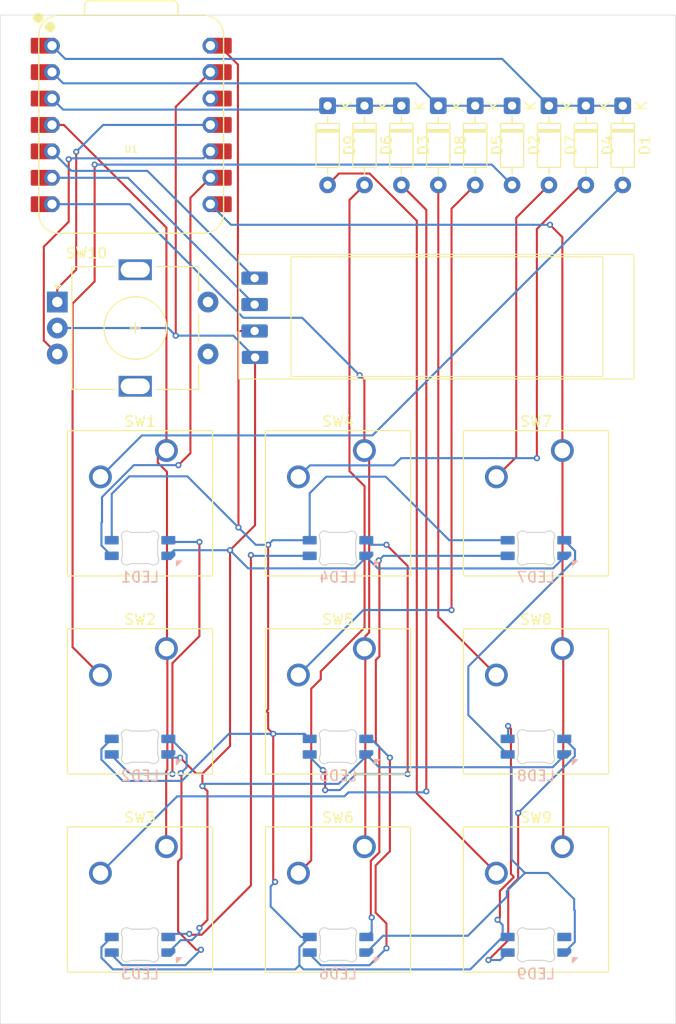
<source format=kicad_pcb>
(kicad_pcb (version 20241229) (generator "pcbnew") (generator_version "9.0")
  (layers (0 "F.Cu" signal) (2 "B.Cu" signal) (13 "F.Paste" user) (15 "B.Paste" user) (5 "F.SilkS" user "F.Silkscreen") (7 "B.SilkS" user "B.Silkscreen") (1 "F.Mask" user) (3 "B.Mask" user) (25 "Edge.Cuts" user))
  (net 0 "")
  (net 1 "Net-(D1-A)")
  (net 2 "R0")
  (net 3 "Net-(D2-A)")
  (net 4 "Net-(D3-A)")
  (net 5 "Net-(D5-A)")
  (net 6 "R1")
  (net 7 "Net-(D6-A)")
  (net 8 "Net-(D7-A)")
  (net 9 "R2")
  (net 10 "Net-(D9-A)")
  (net 11 "+5V")
  (net 12 "LED")
  (net 13 "Net-(LED1-DIN)")
  (net 14 "GND")
  (net 15 "SDA")
  (net 16 "SCL")
  (net 17 "C0")
  (net 18 "C1")
  (net 19 "C2")
  (net 21 "Net-(U1-GPIO3{slash}MOSI)")
  (net 22 "Net-(U1-GPIO4{slash}MISO)")
  (net 24 "unconnected-(U1-3V3-Pad12)")
  (net 25 "Net-(D4-A)")
  (net 26 "Net-(D8-A)")
  (net 27 "Net-(LED2-DIN)")
  (net 28 "Net-(LED3-DIN)")
  (net 29 "Net-(LED4-DIN)")
  (net 30 "Net-(LED5-DIN)")
  (net 31 "Net-(LED6-DIN)")
  (net 32 "Net-(LED7-DIN)")
  (net 33 "Net-(LED8-DIN)")
  (footprint "Button_Switch_Keyboard:SW_Cherry_MX_1.00u_PCB" (layer "F.Cu") (at 171.26 120.65)
    (property "Reference" "SW9")
    (property "Value" "SW_Push")
  )
  (footprint "Button_Switch_Keyboard:SW_Cherry_MX_1.00u_PCB" (layer "F.Cu") (at 133.16 120.65)
    (property "Reference" "SW3")
    (property "Value" "SW_Push")
  )
  (footprint "OPL_Kicad:XIAO-RP2040-DIP" (layer "F.Cu") (at 129.77 51.2485)
    (property "Reference" "U1")
    (property "Value" "XIAO-RP2040-DIP")
  )
  (footprint "Diode_THT:D_DO-35_SOD27_P7.62mm_Horizontal" (layer "F.Cu") (at 173.52 49.4 -90)
    (property "Reference" "D4")
    (property "Value" "1N4148")
  )
  (footprint "Rotary_Encoder:RotaryEncoder_Alps_EC11E-Switch_Vertical_H20mm" (layer "F.Cu") (at 122.66 68.275)
    (property "Reference" "SW10")
    (property "Value" "RotaryEncoder_Switch")
  )
  (footprint "Button_Switch_Keyboard:SW_Cherry_MX_1.00u_PCB" (layer "F.Cu") (at 152.21 82.55)
    (property "Reference" "SW4")
    (property "Value" "SW_Push")
  )
  (footprint "Diode_THT:D_DO-35_SOD27_P7.62mm_Horizontal" (layer "F.Cu") (at 162.87 49.4 -90)
    (property "Reference" "D5")
    (property "Value" "1N4148")
  )
  (footprint "Diode_THT:D_DO-35_SOD27_P7.62mm_Horizontal" (layer "F.Cu") (at 177.07 49.4 -90)
    (property "Reference" "D1")
    (property "Value" "1N4148")
  )
  (footprint "Button_Switch_Keyboard:SW_Cherry_MX_1.00u_PCB" (layer "F.Cu") (at 152.21 101.6)
    (property "Reference" "SW5")
    (property "Value" "SW_Push")
  )
  (footprint "Diode_THT:D_DO-35_SOD27_P7.62mm_Horizontal" (layer "F.Cu") (at 155.77 49.4 -90)
    (property "Reference" "D3")
    (property "Value" "1N4148")
  )
  (footprint "Button_Switch_Keyboard:SW_Cherry_MX_1.00u_PCB" (layer "F.Cu") (at 171.26 101.6)
    (property "Reference" "SW8")
    (property "Value" "SW_Push")
  )
  (footprint "Button_Switch_Keyboard:SW_Cherry_MX_1.00u_PCB" (layer "F.Cu") (at 133.16 82.55)
    (property "Reference" "SW1")
    (property "Value" "SW_Push")
  )
  (footprint "Diode_THT:D_DO-35_SOD27_P7.62mm_Horizontal" (layer "F.Cu") (at 169.97 49.4 -90)
    (property "Reference" "D7")
    (property "Value" "1N4148")
  )
  (footprint "Diode_THT:D_DO-35_SOD27_P7.62mm_Horizontal" (layer "F.Cu") (at 152.22 49.4 -90)
    (property "Reference" "D6")
    (property "Value" "1N4148")
  )
  (footprint "Diode_THT:D_DO-35_SOD27_P7.62mm_Horizontal" (layer "F.Cu") (at 159.32 49.4 -90)
    (property "Reference" "D8")
    (property "Value" "1N4148")
  )
  (footprint "Button_Switch_Keyboard:SW_Cherry_MX_1.00u_PCB" (layer "F.Cu") (at 152.21 120.65)
    (property "Reference" "SW6")
    (property "Value" "SW_Push")
  )
  (footprint "Button_Switch_Keyboard:SW_Cherry_MX_1.00u_PCB" (layer "F.Cu") (at 133.16 101.6)
    (property "Reference" "SW2")
    (property "Value" "SW_Push")
  )
  (footprint "Diode_THT:D_DO-35_SOD27_P7.62mm_Horizontal" (layer "F.Cu") (at 166.42 49.4 -90)
    (property "Reference" "D2")
    (property "Value" "1N4148")
  )
  (footprint "Display:Adafruit_SSD1306" (layer "F.Cu") (at 140.145 63.68)
    (property "Reference" "OL1" (hide yes))
    (property "Value" "OLED" (hide yes))
  )
  (footprint "Button_Switch_Keyboard:SW_Cherry_MX_1.00u_PCB" (layer "F.Cu") (at 171.26 82.55)
    (property "Reference" "SW7")
    (property "Value" "SW_Push")
  )
  (footprint "Diode_THT:D_DO-35_SOD27_P7.62mm_Horizontal" (layer "F.Cu") (at 148.67 49.4 -90)
    (property "Reference" "D9")
    (property "Value" "1N4148")
  )
  (footprint "PCM_marbastlib-various:LED_6028R" (layer "B.Cu") (at 130.62 130.08 180)
    (property "Reference" "LED3")
    (property "Value" "SK6812MINI-E")
    (fp_line (start 1.699999 -0.702841) (end 1.699999 0.702843) (stroke (width 0.1)) (layer "Edge.Cuts"))
    (fp_line (start 0.794452 1.5) (end -0.794453 1.5) (stroke (width 0.1)) (layer "Edge.Cuts"))
    (fp_line (start -0.794452 -1.499999) (end 0.794452 -1.499999) (stroke (width 0.1)) (layer "Edge.Cuts"))
    (fp_line (start -1.699999 0.702843) (end -1.699999 -0.702841) (stroke (width 0.1)) (layer "Edge.Cuts"))
    (fp_arc (start 1.749484 0.919721) (mid 1.712526 0.814069) (end 1.699999 0.702843) (stroke (width 0.1)) (layer "Edge.Cuts"))
    (fp_arc (start 1.749484 0.919721) (mid 1.638072 1.504036) (end 1.046711 1.5683) (stroke (width 0.1)) (layer "Edge.Cuts"))
    (fp_arc (start 1.699999 -0.702842) (mid 1.712536 -0.814064) (end 1.749484 -0.919719) (stroke (width 0.1)) (layer "Edge.Cuts"))
    (fp_arc (start 1.046711 -1.568296) (mid 1.63807 -1.504033) (end 1.749484 -0.919719) (stroke (width 0.1)) (layer "Edge.Cuts"))
    (fp_arc (start 1.04671 -1.568298) (mid 0.925122 -1.517376) (end 0.794452 -1.499999) (stroke (width 0.1)) (layer "Edge.Cuts"))
    (fp_arc (start 0.794453 1.500001) (mid 0.925123 1.517378) (end 1.046711 1.5683) (stroke (width 0.1)) (layer "Edge.Cuts"))
    (fp_arc (start -0.794452 -1.499999) (mid -0.925123 -1.517376) (end -1.046711 -1.568298) (stroke (width 0.1)) (layer "Edge.Cuts"))
    (fp_arc (start -1.046711 1.568299) (mid -0.925123 1.517377) (end -0.794453 1.5) (stroke (width 0.1)) (layer "Edge.Cuts"))
    (fp_arc (start -1.046711 1.568299) (mid -1.638071 1.504036) (end -1.749484 0.919721) (stroke (width 0.1)) (layer "Edge.Cuts"))
    (fp_arc (start -1.699999 0.702844) (mid -1.712527 0.814069) (end -1.749484 0.919721) (stroke (width 0.1)) (layer "Edge.Cuts"))
    (fp_arc (start -1.749484 -0.919718) (mid -1.638072 -1.504034) (end -1.046711 -1.568298) (stroke (width 0.1)) (layer "Edge.Cuts"))
    (fp_arc (start -1.749484 -0.919719) (mid -1.712527 -0.814067) (end -1.699999 -0.702841) (stroke (width 0.1)) (layer "Edge.Cuts"))
  )
  (footprint "PCM_marbastlib-various:LED_6028R" (layer "B.Cu") (at 130.62 111.03 180)
    (property "Reference" "LED2")
    (property "Value" "SK6812MINI-E")
    (fp_line (start 1.699999 -0.702841) (end 1.699999 0.702843) (stroke (width 0.1)) (layer "Edge.Cuts"))
    (fp_line (start 0.794452 1.5) (end -0.794453 1.5) (stroke (width 0.1)) (layer "Edge.Cuts"))
    (fp_line (start -0.794452 -1.499999) (end 0.794452 -1.499999) (stroke (width 0.1)) (layer "Edge.Cuts"))
    (fp_line (start -1.699999 0.702843) (end -1.699999 -0.702841) (stroke (width 0.1)) (layer "Edge.Cuts"))
    (fp_arc (start 1.749484 0.919721) (mid 1.712526 0.814069) (end 1.699999 0.702843) (stroke (width 0.1)) (layer "Edge.Cuts"))
    (fp_arc (start 1.749484 0.919721) (mid 1.638072 1.504036) (end 1.046711 1.5683) (stroke (width 0.1)) (layer "Edge.Cuts"))
    (fp_arc (start 1.699999 -0.702842) (mid 1.712536 -0.814064) (end 1.749484 -0.919719) (stroke (width 0.1)) (layer "Edge.Cuts"))
    (fp_arc (start 1.046711 -1.568296) (mid 1.63807 -1.504033) (end 1.749484 -0.919719) (stroke (width 0.1)) (layer "Edge.Cuts"))
    (fp_arc (start 1.04671 -1.568298) (mid 0.925122 -1.517376) (end 0.794452 -1.499999) (stroke (width 0.1)) (layer "Edge.Cuts"))
    (fp_arc (start 0.794453 1.500001) (mid 0.925123 1.517378) (end 1.046711 1.5683) (stroke (width 0.1)) (layer "Edge.Cuts"))
    (fp_arc (start -0.794452 -1.499999) (mid -0.925123 -1.517376) (end -1.046711 -1.568298) (stroke (width 0.1)) (layer "Edge.Cuts"))
    (fp_arc (start -1.046711 1.568299) (mid -0.925123 1.517377) (end -0.794453 1.5) (stroke (width 0.1)) (layer "Edge.Cuts"))
    (fp_arc (start -1.046711 1.568299) (mid -1.638071 1.504036) (end -1.749484 0.919721) (stroke (width 0.1)) (layer "Edge.Cuts"))
    (fp_arc (start -1.699999 0.702844) (mid -1.712527 0.814069) (end -1.749484 0.919721) (stroke (width 0.1)) (layer "Edge.Cuts"))
    (fp_arc (start -1.749484 -0.919718) (mid -1.638072 -1.504034) (end -1.046711 -1.568298) (stroke (width 0.1)) (layer "Edge.Cuts"))
    (fp_arc (start -1.749484 -0.919719) (mid -1.712527 -0.814067) (end -1.699999 -0.702841) (stroke (width 0.1)) (layer "Edge.Cuts"))
  )
  (footprint "PCM_marbastlib-various:LED_6028R" (layer "B.Cu") (at 168.72 91.93 180)
    (property "Reference" "LED7")
    (property "Value" "SK6812MINI-E")
    (fp_line (start 1.699999 -0.702841) (end 1.699999 0.702843) (stroke (width 0.1)) (layer "Edge.Cuts"))
    (fp_line (start 0.794452 1.5) (end -0.794453 1.5) (stroke (width 0.1)) (layer "Edge.Cuts"))
    (fp_line (start -0.794452 -1.499999) (end 0.794452 -1.499999) (stroke (width 0.1)) (layer "Edge.Cuts"))
    (fp_line (start -1.699999 0.702843) (end -1.699999 -0.702841) (stroke (width 0.1)) (layer "Edge.Cuts"))
    (fp_arc (start 1.749484 0.919721) (mid 1.712526 0.814069) (end 1.699999 0.702843) (stroke (width 0.1)) (layer "Edge.Cuts"))
    (fp_arc (start 1.749484 0.919721) (mid 1.638072 1.504036) (end 1.046711 1.5683) (stroke (width 0.1)) (layer "Edge.Cuts"))
    (fp_arc (start 1.699999 -0.702842) (mid 1.712536 -0.814064) (end 1.749484 -0.919719) (stroke (width 0.1)) (layer "Edge.Cuts"))
    (fp_arc (start 1.046711 -1.568296) (mid 1.63807 -1.504033) (end 1.749484 -0.919719) (stroke (width 0.1)) (layer "Edge.Cuts"))
    (fp_arc (start 1.04671 -1.568298) (mid 0.925122 -1.517376) (end 0.794452 -1.499999) (stroke (width 0.1)) (layer "Edge.Cuts"))
    (fp_arc (start 0.794453 1.500001) (mid 0.925123 1.517378) (end 1.046711 1.5683) (stroke (width 0.1)) (layer "Edge.Cuts"))
    (fp_arc (start -0.794452 -1.499999) (mid -0.925123 -1.517376) (end -1.046711 -1.568298) (stroke (width 0.1)) (layer "Edge.Cuts"))
    (fp_arc (start -1.046711 1.568299) (mid -0.925123 1.517377) (end -0.794453 1.5) (stroke (width 0.1)) (layer "Edge.Cuts"))
    (fp_arc (start -1.046711 1.568299) (mid -1.638071 1.504036) (end -1.749484 0.919721) (stroke (width 0.1)) (layer "Edge.Cuts"))
    (fp_arc (start -1.699999 0.702844) (mid -1.712527 0.814069) (end -1.749484 0.919721) (stroke (width 0.1)) (layer "Edge.Cuts"))
    (fp_arc (start -1.749484 -0.919718) (mid -1.638072 -1.504034) (end -1.046711 -1.568298) (stroke (width 0.1)) (layer "Edge.Cuts"))
    (fp_arc (start -1.749484 -0.919719) (mid -1.712527 -0.814067) (end -1.699999 -0.702841) (stroke (width 0.1)) (layer "Edge.Cuts"))
  )
  (footprint "PCM_marbastlib-various:LED_6028R" (layer "B.Cu") (at 149.67 111.03 180)
    (property "Reference" "LED5")
    (property "Value" "SK6812MINI-E")
    (fp_line (start 1.699999 -0.702841) (end 1.699999 0.702843) (stroke (width 0.1)) (layer "Edge.Cuts"))
    (fp_line (start 0.794452 1.5) (end -0.794453 1.5) (stroke (width 0.1)) (layer "Edge.Cuts"))
    (fp_line (start -0.794452 -1.499999) (end 0.794452 -1.499999) (stroke (width 0.1)) (layer "Edge.Cuts"))
    (fp_line (start -1.699999 0.702843) (end -1.699999 -0.702841) (stroke (width 0.1)) (layer "Edge.Cuts"))
    (fp_arc (start 1.749484 0.919721) (mid 1.712526 0.814069) (end 1.699999 0.702843) (stroke (width 0.1)) (layer "Edge.Cuts"))
    (fp_arc (start 1.749484 0.919721) (mid 1.638072 1.504036) (end 1.046711 1.5683) (stroke (width 0.1)) (layer "Edge.Cuts"))
    (fp_arc (start 1.699999 -0.702842) (mid 1.712536 -0.814064) (end 1.749484 -0.919719) (stroke (width 0.1)) (layer "Edge.Cuts"))
    (fp_arc (start 1.046711 -1.568296) (mid 1.63807 -1.504033) (end 1.749484 -0.919719) (stroke (width 0.1)) (layer "Edge.Cuts"))
    (fp_arc (start 1.04671 -1.568298) (mid 0.925122 -1.517376) (end 0.794452 -1.499999) (stroke (width 0.1)) (layer "Edge.Cuts"))
    (fp_arc (start 0.794453 1.500001) (mid 0.925123 1.517378) (end 1.046711 1.5683) (stroke (width 0.1)) (layer "Edge.Cuts"))
    (fp_arc (start -0.794452 -1.499999) (mid -0.925123 -1.517376) (end -1.046711 -1.568298) (stroke (width 0.1)) (layer "Edge.Cuts"))
    (fp_arc (start -1.046711 1.568299) (mid -0.925123 1.517377) (end -0.794453 1.5) (stroke (width 0.1)) (layer "Edge.Cuts"))
    (fp_arc (start -1.046711 1.568299) (mid -1.638071 1.504036) (end -1.749484 0.919721) (stroke (width 0.1)) (layer "Edge.Cuts"))
    (fp_arc (start -1.699999 0.702844) (mid -1.712527 0.814069) (end -1.749484 0.919721) (stroke (width 0.1)) (layer "Edge.Cuts"))
    (fp_arc (start -1.749484 -0.919718) (mid -1.638072 -1.504034) (end -1.046711 -1.568298) (stroke (width 0.1)) (layer "Edge.Cuts"))
    (fp_arc (start -1.749484 -0.919719) (mid -1.712527 -0.814067) (end -1.699999 -0.702841) (stroke (width 0.1)) (layer "Edge.Cuts"))
  )
  (footprint "PCM_marbastlib-various:LED_6028R" (layer "B.Cu") (at 149.67 91.93 180)
    (property "Reference" "LED4")
    (property "Value" "SK6812MINI-E")
    (fp_line (start 1.699999 -0.702841) (end 1.699999 0.702843) (stroke (width 0.1)) (layer "Edge.Cuts"))
    (fp_line (start 0.794452 1.5) (end -0.794453 1.5) (stroke (width 0.1)) (layer "Edge.Cuts"))
    (fp_line (start -0.794452 -1.499999) (end 0.794452 -1.499999) (stroke (width 0.1)) (layer "Edge.Cuts"))
    (fp_line (start -1.699999 0.702843) (end -1.699999 -0.702841) (stroke (width 0.1)) (layer "Edge.Cuts"))
    (fp_arc (start 1.749484 0.919721) (mid 1.712526 0.814069) (end 1.699999 0.702843) (stroke (width 0.1)) (layer "Edge.Cuts"))
    (fp_arc (start 1.749484 0.919721) (mid 1.638072 1.504036) (end 1.046711 1.5683) (stroke (width 0.1)) (layer "Edge.Cuts"))
    (fp_arc (start 1.699999 -0.702842) (mid 1.712536 -0.814064) (end 1.749484 -0.919719) (stroke (width 0.1)) (layer "Edge.Cuts"))
    (fp_arc (start 1.046711 -1.568296) (mid 1.63807 -1.504033) (end 1.749484 -0.919719) (stroke (width 0.1)) (layer "Edge.Cuts"))
    (fp_arc (start 1.04671 -1.568298) (mid 0.925122 -1.517376) (end 0.794452 -1.499999) (stroke (width 0.1)) (layer "Edge.Cuts"))
    (fp_arc (start 0.794453 1.500001) (mid 0.925123 1.517378) (end 1.046711 1.5683) (stroke (width 0.1)) (layer "Edge.Cuts"))
    (fp_arc (start -0.794452 -1.499999) (mid -0.925123 -1.517376) (end -1.046711 -1.568298) (stroke (width 0.1)) (layer "Edge.Cuts"))
    (fp_arc (start -1.046711 1.568299) (mid -0.925123 1.517377) (end -0.794453 1.5) (stroke (width 0.1)) (layer "Edge.Cuts"))
    (fp_arc (start -1.046711 1.568299) (mid -1.638071 1.504036) (end -1.749484 0.919721) (stroke (width 0.1)) (layer "Edge.Cuts"))
    (fp_arc (start -1.699999 0.702844) (mid -1.712527 0.814069) (end -1.749484 0.919721) (stroke (width 0.1)) (layer "Edge.Cuts"))
    (fp_arc (start -1.749484 -0.919718) (mid -1.638072 -1.504034) (end -1.046711 -1.568298) (stroke (width 0.1)) (layer "Edge.Cuts"))
    (fp_arc (start -1.749484 -0.919719) (mid -1.712527 -0.814067) (end -1.699999 -0.702841) (stroke (width 0.1)) (layer "Edge.Cuts"))
  )
  (footprint "PCM_marbastlib-various:LED_6028R" (layer "B.Cu") (at 130.62 91.93 180)
    (property "Reference" "LED1")
    (property "Value" "SK6812MINI-E")
    (fp_line (start 1.699999 -0.702841) (end 1.699999 0.702843) (stroke (width 0.1)) (layer "Edge.Cuts"))
    (fp_line (start 0.794452 1.5) (end -0.794453 1.5) (stroke (width 0.1)) (layer "Edge.Cuts"))
    (fp_line (start -0.794452 -1.499999) (end 0.794452 -1.499999) (stroke (width 0.1)) (layer "Edge.Cuts"))
    (fp_line (start -1.699999 0.702843) (end -1.699999 -0.702841) (stroke (width 0.1)) (layer "Edge.Cuts"))
    (fp_arc (start 1.749484 0.919721) (mid 1.712526 0.814069) (end 1.699999 0.702843) (stroke (width 0.1)) (layer "Edge.Cuts"))
    (fp_arc (start 1.749484 0.919721) (mid 1.638072 1.504036) (end 1.046711 1.5683) (stroke (width 0.1)) (layer "Edge.Cuts"))
    (fp_arc (start 1.699999 -0.702842) (mid 1.712536 -0.814064) (end 1.749484 -0.919719) (stroke (width 0.1)) (layer "Edge.Cuts"))
    (fp_arc (start 1.046711 -1.568296) (mid 1.63807 -1.504033) (end 1.749484 -0.919719) (stroke (width 0.1)) (layer "Edge.Cuts"))
    (fp_arc (start 1.04671 -1.568298) (mid 0.925122 -1.517376) (end 0.794452 -1.499999) (stroke (width 0.1)) (layer "Edge.Cuts"))
    (fp_arc (start 0.794453 1.500001) (mid 0.925123 1.517378) (end 1.046711 1.5683) (stroke (width 0.1)) (layer "Edge.Cuts"))
    (fp_arc (start -0.794452 -1.499999) (mid -0.925123 -1.517376) (end -1.046711 -1.568298) (stroke (width 0.1)) (layer "Edge.Cuts"))
    (fp_arc (start -1.046711 1.568299) (mid -0.925123 1.517377) (end -0.794453 1.5) (stroke (width 0.1)) (layer "Edge.Cuts"))
    (fp_arc (start -1.046711 1.568299) (mid -1.638071 1.504036) (end -1.749484 0.919721) (stroke (width 0.1)) (layer "Edge.Cuts"))
    (fp_arc (start -1.699999 0.702844) (mid -1.712527 0.814069) (end -1.749484 0.919721) (stroke (width 0.1)) (layer "Edge.Cuts"))
    (fp_arc (start -1.749484 -0.919718) (mid -1.638072 -1.504034) (end -1.046711 -1.568298) (stroke (width 0.1)) (layer "Edge.Cuts"))
    (fp_arc (start -1.749484 -0.919719) (mid -1.712527 -0.814067) (end -1.699999 -0.702841) (stroke (width 0.1)) (layer "Edge.Cuts"))
  )
  (footprint "PCM_marbastlib-various:LED_6028R" (layer "B.Cu") (at 149.67 130.08 180)
    (property "Reference" "LED6")
    (property "Value" "SK6812MINI-E")
    (fp_line (start 1.699999 -0.702841) (end 1.699999 0.702843) (stroke (width 0.1)) (layer "Edge.Cuts"))
    (fp_line (start 0.794452 1.5) (end -0.794453 1.5) (stroke (width 0.1)) (layer "Edge.Cuts"))
    (fp_line (start -0.794452 -1.499999) (end 0.794452 -1.499999) (stroke (width 0.1)) (layer "Edge.Cuts"))
    (fp_line (start -1.699999 0.702843) (end -1.699999 -0.702841) (stroke (width 0.1)) (layer "Edge.Cuts"))
    (fp_arc (start 1.749484 0.919721) (mid 1.712526 0.814069) (end 1.699999 0.702843) (stroke (width 0.1)) (layer "Edge.Cuts"))
    (fp_arc (start 1.749484 0.919721) (mid 1.638072 1.504036) (end 1.046711 1.5683) (stroke (width 0.1)) (layer "Edge.Cuts"))
    (fp_arc (start 1.699999 -0.702842) (mid 1.712536 -0.814064) (end 1.749484 -0.919719) (stroke (width 0.1)) (layer "Edge.Cuts"))
    (fp_arc (start 1.046711 -1.568296) (mid 1.63807 -1.504033) (end 1.749484 -0.919719) (stroke (width 0.1)) (layer "Edge.Cuts"))
    (fp_arc (start 1.04671 -1.568298) (mid 0.925122 -1.517376) (end 0.794452 -1.499999) (stroke (width 0.1)) (layer "Edge.Cuts"))
    (fp_arc (start 0.794453 1.500001) (mid 0.925123 1.517378) (end 1.046711 1.5683) (stroke (width 0.1)) (layer "Edge.Cuts"))
    (fp_arc (start -0.794452 -1.499999) (mid -0.925123 -1.517376) (end -1.046711 -1.568298) (stroke (width 0.1)) (layer "Edge.Cuts"))
    (fp_arc (start -1.046711 1.568299) (mid -0.925123 1.517377) (end -0.794453 1.5) (stroke (width 0.1)) (layer "Edge.Cuts"))
    (fp_arc (start -1.046711 1.568299) (mid -1.638071 1.504036) (end -1.749484 0.919721) (stroke (width 0.1)) (layer "Edge.Cuts"))
    (fp_arc (start -1.699999 0.702844) (mid -1.712527 0.814069) (end -1.749484 0.919721) (stroke (width 0.1)) (layer "Edge.Cuts"))
    (fp_arc (start -1.749484 -0.919718) (mid -1.638072 -1.504034) (end -1.046711 -1.568298) (stroke (width 0.1)) (layer "Edge.Cuts"))
    (fp_arc (start -1.749484 -0.919719) (mid -1.712527 -0.814067) (end -1.699999 -0.702841) (stroke (width 0.1)) (layer "Edge.Cuts"))
  )
  (footprint "PCM_marbastlib-various:LED_6028R" (layer "B.Cu") (at 168.72 130.08 180)
    (property "Reference" "LED9")
    (property "Value" "SK6812MINI-E")
    (fp_line (start 1.699999 -0.702841) (end 1.699999 0.702843) (stroke (width 0.1)) (layer "Edge.Cuts"))
    (fp_line (start 0.794452 1.5) (end -0.794453 1.5) (stroke (width 0.1)) (layer "Edge.Cuts"))
    (fp_line (start -0.794452 -1.499999) (end 0.794452 -1.499999) (stroke (width 0.1)) (layer "Edge.Cuts"))
    (fp_line (start -1.699999 0.702843) (end -1.699999 -0.702841) (stroke (width 0.1)) (layer "Edge.Cuts"))
    (fp_arc (start 1.749484 0.919721) (mid 1.712526 0.814069) (end 1.699999 0.702843) (stroke (width 0.1)) (layer "Edge.Cuts"))
    (fp_arc (start 1.749484 0.919721) (mid 1.638072 1.504036) (end 1.046711 1.5683) (stroke (width 0.1)) (layer "Edge.Cuts"))
    (fp_arc (start 1.699999 -0.702842) (mid 1.712536 -0.814064) (end 1.749484 -0.919719) (stroke (width 0.1)) (layer "Edge.Cuts"))
    (fp_arc (start 1.046711 -1.568296) (mid 1.63807 -1.504033) (end 1.749484 -0.919719) (stroke (width 0.1)) (layer "Edge.Cuts"))
    (fp_arc (start 1.04671 -1.568298) (mid 0.925122 -1.517376) (end 0.794452 -1.499999) (stroke (width 0.1)) (layer "Edge.Cuts"))
    (fp_arc (start 0.794453 1.500001) (mid 0.925123 1.517378) (end 1.046711 1.5683) (stroke (width 0.1)) (layer "Edge.Cuts"))
    (fp_arc (start -0.794452 -1.499999) (mid -0.925123 -1.517376) (end -1.046711 -1.568298) (stroke (width 0.1)) (layer "Edge.Cuts"))
    (fp_arc (start -1.046711 1.568299) (mid -0.925123 1.517377) (end -0.794453 1.5) (stroke (width 0.1)) (layer "Edge.Cuts"))
    (fp_arc (start -1.046711 1.568299) (mid -1.638071 1.504036) (end -1.749484 0.919721) (stroke (width 0.1)) (layer "Edge.Cuts"))
    (fp_arc (start -1.699999 0.702844) (mid -1.712527 0.814069) (end -1.749484 0.919721) (stroke (width 0.1)) (layer "Edge.Cuts"))
    (fp_arc (start -1.749484 -0.919718) (mid -1.638072 -1.504034) (end -1.046711 -1.568298) (stroke (width 0.1)) (layer "Edge.Cuts"))
    (fp_arc (start -1.749484 -0.919719) (mid -1.712527 -0.814067) (end -1.699999 -0.702841) (stroke (width 0.1)) (layer "Edge.Cuts"))
  )
  (footprint "PCM_marbastlib-various:LED_6028R" (layer "B.Cu") (at 168.72 111.03 180)
    (property "Reference" "LED8")
    (property "Value" "SK6812MINI-E")
    (fp_line (start 1.699999 -0.702841) (end 1.699999 0.702843) (stroke (width 0.1)) (layer "Edge.Cuts"))
    (fp_line (start 0.794452 1.5) (end -0.794453 1.5) (stroke (width 0.1)) (layer "Edge.Cuts"))
    (fp_line (start -0.794452 -1.499999) (end 0.794452 -1.499999) (stroke (width 0.1)) (layer "Edge.Cuts"))
    (fp_line (start -1.699999 0.702843) (end -1.699999 -0.702841) (stroke (width 0.1)) (layer "Edge.Cuts"))
    (fp_arc (start 1.749484 0.919721) (mid 1.712526 0.814069) (end 1.699999 0.702843) (stroke (width 0.1)) (layer "Edge.Cuts"))
    (fp_arc (start 1.749484 0.919721) (mid 1.638072 1.504036) (end 1.046711 1.5683) (stroke (width 0.1)) (layer "Edge.Cuts"))
    (fp_arc (start 1.699999 -0.702842) (mid 1.712536 -0.814064) (end 1.749484 -0.919719) (stroke (width 0.1)) (layer "Edge.Cuts"))
    (fp_arc (start 1.046711 -1.568296) (mid 1.63807 -1.504033) (end 1.749484 -0.919719) (stroke (width 0.1)) (layer "Edge.Cuts"))
    (fp_arc (start 1.04671 -1.568298) (mid 0.925122 -1.517376) (end 0.794452 -1.499999) (stroke (width 0.1)) (layer "Edge.Cuts"))
    (fp_arc (start 0.794453 1.500001) (mid 0.925123 1.517378) (end 1.046711 1.5683) (stroke (width 0.1)) (layer "Edge.Cuts"))
    (fp_arc (start -0.794452 -1.499999) (mid -0.925123 -1.517376) (end -1.046711 -1.568298) (stroke (width 0.1)) (layer "Edge.Cuts"))
    (fp_arc (start -1.046711 1.568299) (mid -0.925123 1.517377) (end -0.794453 1.5) (stroke (width 0.1)) (layer "Edge.Cuts"))
    (fp_arc (start -1.046711 1.568299) (mid -1.638071 1.504036) (end -1.749484 0.919721) (stroke (width 0.1)) (layer "Edge.Cuts"))
    (fp_arc (start -1.699999 0.702844) (mid -1.712527 0.814069) (end -1.749484 0.919721) (stroke (width 0.1)) (layer "Edge.Cuts"))
    (fp_arc (start -1.749484 -0.919718) (mid -1.638072 -1.504034) (end -1.046711 -1.568298) (stroke (width 0.1)) (layer "Edge.Cuts"))
    (fp_arc (start -1.749484 -0.919719) (mid -1.712527 -0.814067) (end -1.699999 -0.702841) (stroke (width 0.1)) (layer "Edge.Cuts"))
  )
  (gr_rect (start 117.17 40.68) (end 182.17 137.68) (stroke (width 0.05)) (fill no) (layer "Edge.Cuts"))
  (segment (start 130.797 81.1031) (end 152.987 81.1031) (width 0.2) (layer "B.Cu") (net 1))
  (segment (start 126.81 85.09) (end 130.797 81.1031) (width 0.2) (layer "B.Cu") (net 1))
  (segment (start 152.987 81.1031) (end 177.07 57.02) (width 0.2) (layer "B.Cu") (net 1))
  (segment (start 122.15 43.6285) (end 121.315 43.6285) (width 0.2) (layer "F.Cu") (net 2))
  (segment (start 123.42 44.8985) (end 165.468 44.8985) (width 0.2) (layer "B.Cu") (net 2))
  (segment (start 165.468 44.8985) (end 169.97 49.4) (width 0.2) (layer "B.Cu") (net 2))
  (segment (start 122.15 43.6285) (end 123.42 44.8985) (width 0.2) (layer "B.Cu") (net 2))
  (segment (start 177.07 49.4) (end 173.52 49.4) (width 0.2) (layer "B.Cu") (net 2))
  (segment (start 169.97 49.4) (end 173.52 49.4) (width 0.2) (layer "B.Cu") (net 2))
  (segment (start 124.128 101.458) (end 124.128 68.4201) (width 0.2) (layer "F.Cu") (net 3))
  (segment (start 124.128 68.4201) (end 126.25 66.2977) (width 0.2) (layer "F.Cu") (net 3))
  (segment (start 126.81 104.14) (end 124.128 101.458) (width 0.2) (layer "F.Cu") (net 3))
  (segment (start 126.25 66.2977) (end 126.25 55.0608) (width 0.2) (layer "F.Cu") (net 3))
  (via (at 126.25 55.0608) (size 0.6) (drill 0.3) (layers "F.Cu" "B.Cu") (net 3))
  (segment (start 166.42 57.02) (end 164.461 55.0608) (width 0.2) (layer "B.Cu") (net 3))
  (segment (start 164.461 55.0608) (end 126.25 55.0608) (width 0.2) (layer "B.Cu") (net 3))
  (segment (start 158.17 115.328) (end 158.17 59.4199) (width 0.2) (layer "F.Cu") (net 4))
  (segment (start 158.17 59.4199) (end 155.77 57.02) (width 0.2) (layer "F.Cu") (net 4))
  (via (at 158.17 115.328) (size 0.6) (drill 0.3) (layers "F.Cu" "B.Cu") (net 4))
  (segment (start 134.192 115.808) (end 150.293 115.808) (width 0.2) (layer "B.Cu") (net 4))
  (segment (start 158.073 115.424) (end 158.17 115.328) (width 0.2) (layer "B.Cu") (net 4))
  (segment (start 150.677 115.424) (end 158.073 115.424) (width 0.2) (layer "B.Cu") (net 4))
  (segment (start 150.51 115.59) (end 150.677 115.424) (width 0.2) (layer "B.Cu") (net 4))
  (segment (start 150.293 115.808) (end 150.51 115.59) (width 0.2) (layer "B.Cu") (net 4))
  (segment (start 126.81 123.19) (end 134.192 115.808) (width 0.2) (layer "B.Cu") (net 4))
  (segment (start 150.51 115.59) (end 150.677 115.424) (width 0.2) (layer "B.Cu") (net 4))
  (segment (start 160.595 59.2948) (end 162.87 57.02) (width 0.2) (layer "F.Cu") (net 5))
  (segment (start 160.595 97.8933) (end 160.595 59.2948) (width 0.2) (layer "F.Cu") (net 5))
  (via (at 160.595 97.8933) (size 0.6) (drill 0.3) (layers "F.Cu" "B.Cu") (net 5))
  (segment (start 152.107 97.8933) (end 160.595 97.8933) (width 0.2) (layer "B.Cu") (net 5))
  (segment (start 145.86 104.14) (end 152.107 97.8933) (width 0.2) (layer "B.Cu") (net 5))
  (segment (start 122.15 46.1685) (end 121.315 46.1685) (width 0.2) (layer "F.Cu") (net 6))
  (segment (start 123.229 47.2474) (end 157.167 47.2474) (width 0.2) (layer "B.Cu") (net 6))
  (segment (start 159.32 49.4) (end 162.87 49.4) (width 0.2) (layer "B.Cu") (net 6))
  (segment (start 122.15 46.1685) (end 123.229 47.2474) (width 0.2) (layer "B.Cu") (net 6))
  (segment (start 162.87 49.4) (end 166.42 49.4) (width 0.2) (layer "B.Cu") (net 6))
  (segment (start 157.167 47.2474) (end 159.32 49.4) (width 0.2) (layer "B.Cu") (net 6))
  (segment (start 147.095 121.955) (end 147.095 105.456) (width 0.2) (layer "F.Cu") (net 7))
  (segment (start 147.095 105.456) (end 148.012 104.539) (width 0.2) (layer "F.Cu") (net 7))
  (segment (start 148.012 104.539) (end 148.012 103.789) (width 0.2) (layer "F.Cu") (net 7))
  (segment (start 152.226 85.9867) (end 150.774 84.5344) (width 0.2) (layer "F.Cu") (net 7))
  (segment (start 148.012 103.789) (end 152.226 99.5751) (width 0.2) (layer "F.Cu") (net 7))
  (segment (start 145.86 123.19) (end 147.095 121.955) (width 0.2) (layer "F.Cu") (net 7))
  (segment (start 150.774 84.5344) (end 150.774 58.4664) (width 0.2) (layer "F.Cu") (net 7))
  (segment (start 152.226 99.5751) (end 152.226 85.9867) (width 0.2) (layer "F.Cu") (net 7))
  (segment (start 150.774 58.4664) (end 152.22 57.02) (width 0.2) (layer "F.Cu") (net 7))
  (segment (start 166.822 83.1783) (end 166.822 60.1683) (width 0.2) (layer "F.Cu") (net 8))
  (segment (start 166.822 60.1683) (end 169.97 57.02) (width 0.2) (layer "F.Cu") (net 8))
  (segment (start 164.91 85.09) (end 166.822 83.1783) (width 0.2) (layer "F.Cu") (net 8))
  (segment (start 122.15 48.7085) (end 121.315 48.7085) (width 0.2) (layer "F.Cu") (net 9))
  (segment (start 155.77 49.4) (end 152.22 49.4) (width 0.2) (layer "B.Cu") (net 9))
  (segment (start 148.67 49.4) (end 148.297 49.7731) (width 0.2) (layer "B.Cu") (net 9))
  (segment (start 148.297 49.7731) (end 123.215 49.7731) (width 0.2) (layer "B.Cu") (net 9))
  (segment (start 148.67 49.4) (end 152.22 49.4) (width 0.2) (layer "B.Cu") (net 9))
  (segment (start 123.215 49.7731) (end 122.15 48.7085) (width 0.2) (layer "B.Cu") (net 9))
  (segment (start 152.709 55.9175) (end 157.25 60.4586) (width 0.2) (layer "F.Cu") (net 10))
  (segment (start 157.25 115.53) (end 164.91 123.19) (width 0.2) (layer "F.Cu") (net 10))
  (segment (start 157.25 60.4586) (end 157.25 115.53) (width 0.2) (layer "F.Cu") (net 10))
  (segment (start 148.67 57.02) (end 149.772 55.9175) (width 0.2) (layer "F.Cu") (net 10))
  (segment (start 149.772 55.9175) (end 152.709 55.9175) (width 0.2) (layer "F.Cu") (net 10))
  (segment (start 166.312 123.267) (end 166.562 123.517) (width 0.2) (layer "F.Cu") (net 11))
  (segment (start 142.948 107.443) (end 142.781 107.609) (width 0.2) (layer "F.Cu") (net 11))
  (segment (start 166.312 109.315) (end 166.312 123.267) (width 0.2) (layer "F.Cu") (net 11))
  (segment (start 166.562 123.6) (end 165.25 124.912) (width 0.2) (layer "F.Cu") (net 11))
  (segment (start 140.041 71.0098) (end 140.091 71.06) (width 0.2) (layer "F.Cu") (net 11))
  (segment (start 165.25 124.912) (end 165.25 127.448) (width 0.2) (layer "F.Cu") (net 11))
  (segment (start 140.041 45.4443) (end 140.041 71.0098) (width 0.2) (layer "F.Cu") (net 11))
  (segment (start 142.781 107.609) (end 142.946 107.774) (width 0.2) (layer "F.Cu") (net 11))
  (segment (start 140.091 71.06) (end 140.091 89.9542) (width 0.2) (layer "F.Cu") (net 11))
  (segment (start 166.043 109.046) (end 166.312 109.315) (width 0.2) (layer "F.Cu") (net 11))
  (segment (start 140.091 71.06) (end 141.645 71.06) (width 0.2) (layer "F.Cu") (net 11))
  (segment (start 137.39 43.6285) (end 138.225 43.6285) (width 0.2) (layer "F.Cu") (net 11))
  (segment (start 166.562 123.517) (end 166.562 123.6) (width 0.2) (layer "F.Cu") (net 11))
  (segment (start 142.946 109.307) (end 143.437 109.798) (width 0.2) (layer "F.Cu") (net 11))
  (segment (start 142.781 107.609) (end 142.946 107.774) (width 0.2) (layer "F.Cu") (net 11))
  (segment (start 142.946 107.774) (end 142.946 109.307) (width 0.2) (layer "F.Cu") (net 11))
  (segment (start 143.617 124.037) (end 143.437 123.857) (width 0.2) (layer "F.Cu") (net 11))
  (segment (start 165.25 127.448) (end 165.02 127.678) (width 0.2) (layer "F.Cu") (net 11))
  (segment (start 143.437 123.857) (end 143.437 109.798) (width 0.2) (layer "F.Cu") (net 11))
  (segment (start 142.948 91.6205) (end 142.948 107.443) (width 0.2) (layer "F.Cu") (net 11))
  (segment (start 138.225 43.6285) (end 140.041 45.4443) (width 0.2) (layer "F.Cu") (net 11))
  (via (at 165.02 127.678) (size 0.6) (drill 0.3) (layers "F.Cu" "B.Cu") (net 11))
  (via (at 143.437 109.798) (size 0.6) (drill 0.3) (layers "F.Cu" "B.Cu") (net 11))
  (via (at 166.043 109.046) (size 0.6) (drill 0.3) (layers "F.Cu" "B.Cu") (net 11))
  (via (at 140.091 89.9542) (size 0.6) (drill 0.3) (layers "F.Cu" "B.Cu") (net 11))
  (via (at 143.617 124.037) (size 0.6) (drill 0.3) (layers "F.Cu" "B.Cu") (net 11))
  (via (at 142.948 91.6205) (size 0.6) (drill 0.3) (layers "F.Cu" "B.Cu") (net 11))
  (segment (start 145.954 130.321) (end 146.945 129.33) (width 0.2) (layer "B.Cu") (net 11))
  (segment (start 126.901 112.269) (end 126.901 111.274) (width 0.2) (layer "B.Cu") (net 11))
  (segment (start 135.175 85.0386) (end 140.091 89.9542) (width 0.2) (layer "B.Cu") (net 11))
  (segment (start 165.995 110.28) (end 166.043 110.232) (width 0.2) (layer "B.Cu") (net 11))
  (segment (start 127.895 91.18) (end 127.895 86.7324) (width 0.2) (layer "B.Cu") (net 11))
  (segment (start 143.388 91.18) (end 142.948 91.6205) (width 0.2) (layer "B.Cu") (net 11))
  (segment (start 146.945 86.6625) (end 146.945 91.18) (width 0.2) (layer "B.Cu") (net 11))
  (segment (start 165.514 129.33) (end 165.995 129.33) (width 0.2) (layer "B.Cu") (net 11))
  (segment (start 145.954 132.047) (end 146.356 132.449) (width 0.2) (layer "B.Cu") (net 11))
  (segment (start 154.265 85.0699) (end 148.538 85.0699) (width 0.2) (layer "B.Cu") (net 11))
  (segment (start 146.945 129.33) (end 146.119 129.33) (width 0.2) (layer "B.Cu") (net 11))
  (segment (start 126.907 131.333) (end 128.019 132.445) (width 0.2) (layer "B.Cu") (net 11))
  (segment (start 127.895 86.7324) (end 129.589 85.0386) (width 0.2) (layer "B.Cu") (net 11))
  (segment (start 134.819 114.151) (end 134.652 114.317) (width 0.2) (layer "B.Cu") (net 11))
  (segment (start 162.395 132.449) (end 165.514 129.33) (width 0.2) (layer "B.Cu") (net 11))
  (segment (start 128.949 114.317) (end 126.901 112.269) (width 0.2) (layer "B.Cu") (net 11))
  (segment (start 127.895 129.33) (end 126.907 130.318) (width 0.2) (layer "B.Cu") (net 11))
  (segment (start 146.945 91.18) (end 143.388 91.18) (width 0.2) (layer "B.Cu") (net 11))
  (segment (start 165.02 127.678) (end 165.514 128.172) (width 0.2) (layer "B.Cu") (net 11))
  (segment (start 143.437 109.798) (end 146.463 109.798) (width 0.2) (layer "B.Cu") (net 11))
  (segment (start 145.954 132.047) (end 145.954 130.321) (width 0.2) (layer "B.Cu") (net 11))
  (segment (start 165.995 91.18) (end 160.375 91.18) (width 0.2) (layer "B.Cu") (net 11))
  (segment (start 143.188 126.4) (end 143.188 124.465) (width 0.2) (layer "B.Cu") (net 11))
  (segment (start 146.356 132.449) (end 162.395 132.449) (width 0.2) (layer "B.Cu") (net 11))
  (segment (start 143.437 109.798) (end 139.172 109.798) (width 0.2) (layer "B.Cu") (net 11))
  (segment (start 148.538 85.0699) (end 146.945 86.6625) (width 0.2) (layer "B.Cu") (net 11))
  (segment (start 145.556 132.445) (end 145.954 132.047) (width 0.2) (layer "B.Cu") (net 11))
  (segment (start 146.119 129.33) (end 143.188 126.4) (width 0.2) (layer "B.Cu") (net 11))
  (segment (start 139.172 109.798) (end 134.819 114.151) (width 0.2) (layer "B.Cu") (net 11))
  (segment (start 165.514 128.172) (end 165.514 129.33) (width 0.2) (layer "B.Cu") (net 11))
  (segment (start 143.188 124.465) (end 143.617 124.037) (width 0.2) (layer "B.Cu") (net 11))
  (segment (start 160.375 91.18) (end 154.265 85.0699) (width 0.2) (layer "B.Cu") (net 11))
  (segment (start 129.589 85.0386) (end 135.175 85.0386) (width 0.2) (layer "B.Cu") (net 11))
  (segment (start 126.907 130.318) (end 126.907 131.333) (width 0.2) (layer "B.Cu") (net 11))
  (segment (start 166.043 110.232) (end 166.043 109.046) (width 0.2) (layer "B.Cu") (net 11))
  (segment (start 141.757 91.6205) (end 142.948 91.6205) (width 0.2) (layer "B.Cu") (net 11))
  (segment (start 134.819 114.151) (end 134.652 114.317) (width 0.2) (layer "B.Cu") (net 11))
  (segment (start 126.901 111.274) (end 127.895 110.28) (width 0.2) (layer "B.Cu") (net 11))
  (segment (start 146.463 109.798) (end 146.945 110.28) (width 0.2) (layer "B.Cu") (net 11))
  (segment (start 128.019 132.445) (end 145.556 132.445) (width 0.2) (layer "B.Cu") (net 11))
  (segment (start 134.652 114.317) (end 128.949 114.317) (width 0.2) (layer "B.Cu") (net 11))
  (segment (start 140.091 89.9542) (end 141.757 91.6205) (width 0.2) (layer "B.Cu") (net 11))
  (segment (start 134.314 83.9623) (end 135.469 82.808) (width 0.2) (layer "F.Cu") (net 12))
  (segment (start 135.469 58.2497) (end 137.39 56.3285) (width 0.2) (layer "F.Cu") (net 12))
  (segment (start 138.225 56.3285) (end 137.39 56.3285) (width 0.2) (layer "F.Cu") (net 12))
  (segment (start 135.469 82.808) (end 135.469 58.2497) (width 0.2) (layer "F.Cu") (net 12))
  (via (at 134.314 83.9623) (size 0.6) (drill 0.3) (layers "F.Cu" "B.Cu") (net 12))
  (segment (start 134.314 83.9623) (end 130.026 83.9623) (width 0.2) (layer "B.Cu") (net 12))
  (segment (start 126.908 91.6933) (end 127.895 92.68) (width 0.2) (layer "B.Cu") (net 12))
  (segment (start 126.962 89.4341) (end 126.908 89.4875) (width 0.2) (layer "B.Cu") (net 12))
  (segment (start 126.962 87.027) (end 126.962 89.4341) (width 0.2) (layer "B.Cu") (net 12))
  (segment (start 130.026 83.9623) (end 126.962 87.027) (width 0.2) (layer "B.Cu") (net 12))
  (segment (start 126.908 89.4875) (end 126.908 91.6933) (width 0.2) (layer "B.Cu") (net 12))
  (segment (start 133.738 113.656) (end 133.738 103.004) (width 0.2) (layer "F.Cu") (net 13))
  (segment (start 136.334 100.408) (end 136.334 91.3466) (width 0.2) (layer "F.Cu") (net 13))
  (segment (start 133.738 103.004) (end 136.334 100.408) (width 0.2) (layer "F.Cu") (net 13))
  (via (at 133.738 113.656) (size 0.6) (drill 0.3) (layers "F.Cu" "B.Cu") (net 13))
  (via (at 136.334 91.3466) (size 0.6) (drill 0.3) (layers "F.Cu" "B.Cu") (net 13))
  (segment (start 127.895 111.897) (end 129.654 113.656) (width 0.2) (layer "B.Cu") (net 13))
  (segment (start 133.512 91.3466) (end 133.345 91.18) (width 0.2) (layer "B.Cu") (net 13))
  (segment (start 127.895 111.78) (end 127.895 111.897) (width 0.2) (layer "B.Cu") (net 13))
  (segment (start 129.654 113.656) (end 133.738 113.656) (width 0.2) (layer "B.Cu") (net 13))
  (segment (start 136.334 91.3466) (end 133.512 91.3466) (width 0.2) (layer "B.Cu") (net 13))
  (segment (start 134.056 49.5024) (end 137.39 46.1685) (width 0.2) (layer "F.Cu") (net 14))
  (segment (start 136.623 114.822) (end 136.623 113.628) (width 0.2) (layer "F.Cu") (net 14))
  (segment (start 136.027 113.628) (end 134.483 112.085) (width 0.2) (layer "F.Cu") (net 14))
  (segment (start 138.225 46.1685) (end 137.39 46.1685) (width 0.2) (layer "F.Cu") (net 14))
  (segment (start 134.056 71.5062) (end 134.056 49.5024) (width 0.2) (layer "F.Cu") (net 14))
  (segment (start 141.689 89.7335) (end 139.281 92.1413) (width 0.2) (layer "F.Cu") (net 14))
  (segment (start 139.281 92.1413) (end 139.281 110.97) (width 0.2) (layer "F.Cu") (net 14))
  (segment (start 137.108 115.307) (end 136.623 114.822) (width 0.2) (layer "F.Cu") (net 14))
  (segment (start 139.281 110.97) (end 136.623 113.628) (width 0.2) (layer "F.Cu") (net 14))
  (segment (start 136.623 113.628) (end 136.027 113.628) (width 0.2) (layer "F.Cu") (net 14))
  (segment (start 137.108 127.691) (end 137.108 115.307) (width 0.2) (layer "F.Cu") (net 14))
  (segment (start 136.334 128.465) (end 137.108 127.691) (width 0.2) (layer "F.Cu") (net 14))
  (segment (start 141.689 73.6) (end 141.689 89.7335) (width 0.2) (layer "F.Cu") (net 14))
  (via (at 134.056 71.5062) (size 0.6) (drill 0.3) (layers "F.Cu" "B.Cu") (net 14))
  (via (at 136.623 114.822) (size 0.6) (drill 0.3) (layers "F.Cu" "B.Cu") (net 14))
  (via (at 139.281 92.1413) (size 0.6) (drill 0.3) (layers "F.Cu" "B.Cu") (net 14))
  (via (at 136.334 128.465) (size 0.6) (drill 0.3) (layers "F.Cu" "B.Cu") (net 14))
  (via (at 134.483 112.085) (size 0.6) (drill 0.3) (layers "F.Cu" "B.Cu") (net 14))
  (segment (start 171.445 111.89) (end 171.445 111.78) (width 0.2) (layer "B.Cu") (net 14))
  (segment (start 166.374 121.891) (end 166.374 113.01) (width 0.2) (layer "B.Cu") (net 14))
  (segment (start 133.325 70.775) (end 134.056 71.5062) (width 0.2) (layer "B.Cu") (net 14))
  (segment (start 165.914 124.917) (end 167.657 123.174) (width 0.2) (layer "B.Cu") (net 14))
  (segment (start 172.457 129.818) (end 172.457 126.769) (width 0.2) (layer "B.Cu") (net 14))
  (segment (start 134.483 112.085) (end 133.65 112.085) (width 0.2) (layer "B.Cu") (net 14))
  (segment (start 153.502 93.8923) (end 170.366 93.8923) (width 0.2) (layer "B.Cu") (net 14))
  (segment (start 152.395 130.83) (end 154.015 129.21) (width 0.2) (layer "B.Cu") (net 14))
  (segment (start 134.056 71.5062) (end 139.595 71.5062) (width 0.2) (layer "B.Cu") (net 14))
  (segment (start 151.32 93.8869) (end 152.395 92.8114) (width 0.2) (layer "B.Cu") (net 14))
  (segment (start 139.595 71.5062) (end 141.689 73.6) (width 0.2) (layer "B.Cu") (net 14))
  (segment (start 139.281 92.1413) (end 141.027 93.8869) (width 0.2) (layer "B.Cu") (net 14))
  (segment (start 153.625 113.01) (end 152.472 111.857) (width 0.2) (layer "B.Cu") (net 14))
  (segment (start 169.874 123.174) (end 167.657 123.174) (width 0.2) (layer "B.Cu") (net 14))
  (segment (start 133.65 112.085) (end 133.345 111.78) (width 0.2) (layer "B.Cu") (net 14))
  (segment (start 133.345 130.83) (end 134.541 129.634) (width 0.2) (layer "B.Cu") (net 14))
  (segment (start 172.398 126.71) (end 172.398 125.699) (width 0.2) (layer "B.Cu") (net 14))
  (segment (start 154.015 129.21) (end 162.173 129.21) (width 0.2) (layer "B.Cu") (net 14))
  (segment (start 170.325 113.01) (end 171.445 111.89) (width 0.2) (layer "B.Cu") (net 14))
  (segment (start 152.472 111.857) (end 149.724 114.605) (width 0.2) (layer "B.Cu") (net 14))
  (segment (start 171.445 130.83) (end 172.457 129.818) (width 0.2) (layer "B.Cu") (net 14))
  (segment (start 152.395 111.78) (end 152.472 111.857) (width 0.2) (layer "B.Cu") (net 14))
  (segment (start 152.395 92.68) (end 152.395 92.7858) (width 0.2) (layer "B.Cu") (net 14))
  (segment (start 136.334 128.908) (end 136.334 128.465) (width 0.2) (layer "B.Cu") (net 14))
  (segment (start 133.884 92.1413) (end 133.345 92.68) (width 0.2) (layer "B.Cu") (net 14))
  (segment (start 172.457 126.769) (end 172.398 126.71) (width 0.2) (layer "B.Cu") (net 14))
  (segment (start 167.657 123.174) (end 166.374 121.891) (width 0.2) (layer "B.Cu") (net 14))
  (segment (start 122.66 70.775) (end 133.325 70.775) (width 0.2) (layer "B.Cu") (net 14))
  (segment (start 166.374 113.01) (end 170.325 113.01) (width 0.2) (layer "B.Cu") (net 14))
  (segment (start 139.281 92.1413) (end 133.884 92.1413) (width 0.2) (layer "B.Cu") (net 14))
  (segment (start 134.541 129.634) (end 135.608 129.634) (width 0.2) (layer "B.Cu") (net 14))
  (segment (start 152.395 92.7858) (end 153.502 93.8923) (width 0.2) (layer "B.Cu") (net 14))
  (segment (start 172.398 125.699) (end 169.874 123.174) (width 0.2) (layer "B.Cu") (net 14))
  (segment (start 170.366 93.8923) (end 171.445 92.8131) (width 0.2) (layer "B.Cu") (net 14))
  (segment (start 141.027 93.8869) (end 151.32 93.8869) (width 0.2) (layer "B.Cu") (net 14))
  (segment (start 165.914 125.469) (end 165.914 124.917) (width 0.2) (layer "B.Cu") (net 14))
  (segment (start 166.374 113.01) (end 153.625 113.01) (width 0.2) (layer "B.Cu") (net 14))
  (segment (start 152.395 92.8114) (end 152.395 92.68) (width 0.2) (layer "B.Cu") (net 14))
  (segment (start 135.608 129.634) (end 136.334 128.908) (width 0.2) (layer "B.Cu") (net 14))
  (segment (start 149.724 114.605) (end 136.841 114.605) (width 0.2) (layer "B.Cu") (net 14))
  (segment (start 136.841 114.605) (end 136.623 114.822) (width 0.2) (layer "B.Cu") (net 14))
  (segment (start 171.445 92.8131) (end 171.445 92.68) (width 0.2) (layer "B.Cu") (net 14))
  (segment (start 162.173 129.21) (end 165.914 125.469) (width 0.2) (layer "B.Cu") (net 14))
  (segment (start 122.15 53.7885) (end 121.315 53.7885) (width 0.2) (layer "F.Cu") (net 15))
  (segment (start 122.15 53.7973) (end 124.015 55.6625) (width 0.2) (layer "B.Cu") (net 15))
  (segment (start 124.015 55.6625) (end 131.328 55.6625) (width 0.2) (layer "B.Cu") (net 15))
  (segment (start 122.15 53.7885) (end 122.15 53.7973) (width 0.2) (layer "B.Cu") (net 15))
  (segment (start 131.328 55.6625) (end 141.645 65.98) (width 0.2) (layer "B.Cu") (net 15))
  (segment (start 122.15 56.3285) (end 121.315 56.3285) (width 0.2) (layer "F.Cu") (net 16))
  (segment (start 122.15 56.3285) (end 129.454 56.3285) (width 0.2) (layer "B.Cu") (net 16))
  (segment (start 129.454 56.3285) (end 141.645 68.52) (width 0.2) (layer "B.Cu") (net 16))
  (segment (start 133.213 101.547) (end 133.16 101.6) (width 0.2) (layer "F.Cu") (net 17))
  (segment (start 123.289 51.2485) (end 122.15 51.2485) (width 0.2) (layer "F.Cu") (net 17))
  (segment (start 133.16 80.0125) (end 133.16 61.1194) (width 0.2) (layer "F.Cu") (net 17))
  (segment (start 133.213 84.6072) (end 133.213 101.547) (width 0.2) (layer "F.Cu") (net 17))
  (segment (start 133.16 80.0125) (end 133.16 82.55) (width 0.2) (layer "F.Cu") (net 17))
  (segment (start 132.327 82.8248) (end 132.327 83.7207) (width 0.2) (layer "F.Cu") (net 17))
  (segment (start 132.327 83.7207) (end 133.213 84.6072) (width 0.2) (layer "F.Cu") (net 17))
  (segment (start 133.25 113.293) (end 133.136 113.407) (width 0.2) (layer "F.Cu") (net 17))
  (segment (start 122.15 51.2485) (end 121.315 51.2485) (width 0.2) (layer "F.Cu") (net 17))
  (segment (start 133.136 120.626) (end 133.16 120.65) (width 0.2) (layer "F.Cu") (net 17))
  (segment (start 133.16 61.1194) (end 123.289 51.2485) (width 0.2) (layer "F.Cu") (net 17))
  (segment (start 133.136 113.407) (end 133.136 120.626) (width 0.2) (layer "F.Cu") (net 17))
  (segment (start 133.25 101.69) (end 133.25 113.293) (width 0.2) (layer "F.Cu") (net 17))
  (segment (start 133.16 80.0125) (end 133.16 81.9916) (width 0.2) (layer "F.Cu") (net 17))
  (segment (start 133.16 101.6) (end 133.25 101.69) (width 0.2) (layer "F.Cu") (net 17))
  (segment (start 133.16 81.9916) (end 132.327 82.8248) (width 0.2) (layer "F.Cu") (net 17))
  (segment (start 152.21 75.7802) (end 152.21 82.55) (width 0.2) (layer "F.Cu") (net 18))
  (segment (start 152.299 100.421) (end 152.299 120.561) (width 0.2) (layer "F.Cu") (net 18))
  (segment (start 152.299 100.421) (end 152.299 101.511) (width 0.2) (layer "F.Cu") (net 18))
  (segment (start 152.299 120.561) (end 152.21 120.65) (width 0.2) (layer "F.Cu") (net 18))
  (segment (start 121.315 58.8685) (end 122.15 58.8685) (width 0.2) (layer "F.Cu") (net 18))
  (segment (start 152.299 100.421) (end 152.671 100.049) (width 0.2) (layer "F.Cu") (net 18))
  (segment (start 151.754 75.3242) (end 152.21 75.7802) (width 0.2) (layer "F.Cu") (net 18))
  (segment (start 152.671 83.0113) (end 152.21 82.55) (width 0.2) (layer "F.Cu") (net 18))
  (segment (start 152.299 101.511) (end 152.21 101.6) (width 0.2) (layer "F.Cu") (net 18))
  (segment (start 152.671 100.049) (end 152.671 83.0113) (width 0.2) (layer "F.Cu") (net 18))
  (via (at 151.754 75.3242) (size 0.6) (drill 0.3) (layers "F.Cu" "B.Cu") (net 18))
  (segment (start 122.15 58.8685) (end 129.64 58.8685) (width 0.2) (layer "B.Cu") (net 18))
  (segment (start 129.64 58.8685) (end 140.562 69.79) (width 0.2) (layer "B.Cu") (net 18))
  (segment (start 140.562 69.79) (end 146.22 69.79) (width 0.2) (layer "B.Cu") (net 18))
  (segment (start 146.22 69.79) (end 151.754 75.3242) (width 0.2) (layer "B.Cu") (net 18))
  (segment (start 170.067 60.8474) (end 171.26 62.0403) (width 0.2) (layer "F.Cu") (net 19))
  (segment (start 171.26 120.65) (end 171.346 120.564) (width 0.2) (layer "F.Cu") (net 19))
  (segment (start 171.346 101.686) (end 171.26 101.6) (width 0.2) (layer "F.Cu") (net 19))
  (segment (start 138.225 58.8685) (end 137.39 58.8685) (width 0.2) (layer "F.Cu") (net 19))
  (segment (start 171.272 101.588) (end 171.26 101.6) (width 0.2) (layer "F.Cu") (net 19))
  (segment (start 171.272 82.5617) (end 171.272 101.588) (width 0.2) (layer "F.Cu") (net 19))
  (segment (start 171.26 62.0403) (end 171.26 82.55) (width 0.2) (layer "F.Cu") (net 19))
  (segment (start 171.346 120.564) (end 171.346 101.686) (width 0.2) (layer "F.Cu") (net 19))
  (segment (start 171.26 82.55) (end 171.272 82.5617) (width 0.2) (layer "F.Cu") (net 19))
  (via (at 170.067 60.8474) (size 0.6) (drill 0.3) (layers "F.Cu" "B.Cu") (net 19))
  (segment (start 139.369 60.8474) (end 137.39 58.8685) (width 0.2) (layer "B.Cu") (net 19))
  (segment (start 170.067 60.8474) (end 139.369 60.8474) (width 0.2) (layer "B.Cu") (net 19))
  (segment (start 124.479 65.154) (end 122.66 66.9733) (width 0.2) (layer "F.Cu") (net 21))
  (segment (start 122.66 66.9733) (end 122.66 68.275) (width 0.2) (layer "F.Cu") (net 21))
  (segment (start 138.225 51.2485) (end 137.39 51.2485) (width 0.2) (layer "F.Cu") (net 21))
  (segment (start 124.479 53.8332) (end 124.479 65.154) (width 0.2) (layer "F.Cu") (net 21))
  (via (at 124.479 53.8332) (size 0.6) (drill 0.3) (layers "F.Cu" "B.Cu") (net 21))
  (segment (start 124.479 53.8332) (end 127.064 51.2485) (width 0.2) (layer "B.Cu") (net 21))
  (segment (start 127.064 51.2485) (end 137.39 51.2485) (width 0.2) (layer "B.Cu") (net 21))
  (segment (start 138.225 53.7885) (end 137.39 53.7885) (width 0.2) (layer "F.Cu") (net 22))
  (segment (start 123.756 60.5604) (end 123.756 54.5522) (width 0.2) (layer "F.Cu") (net 22))
  (segment (start 122.66 73.275) (end 121.358 71.9733) (width 0.2) (layer "F.Cu") (net 22))
  (segment (start 121.358 71.9733) (end 121.358 62.9578) (width 0.2) (layer "F.Cu") (net 22))
  (segment (start 121.358 62.9578) (end 123.756 60.5604) (width 0.2) (layer "F.Cu") (net 22))
  (via (at 123.756 54.5522) (size 0.6) (drill 0.3) (layers "F.Cu" "B.Cu") (net 22))
  (segment (start 136.719 54.4591) (end 123.849 54.4591) (width 0.2) (layer "B.Cu") (net 22))
  (segment (start 137.39 53.7885) (end 136.719 54.4591) (width 0.2) (layer "B.Cu") (net 22))
  (segment (start 123.849 54.4591) (end 123.756 54.5522) (width 0.2) (layer "B.Cu") (net 22))
  (segment (start 137.39 48.7085) (end 138.225 48.7085) (width 0.2) (layer "F.Cu") (net 24))
  (segment (start 173.044 57.02) (end 168.806 61.2571) (width 0.2) (layer "F.Cu") (net 25))
  (segment (start 168.806 61.2571) (end 168.806 83.2882) (width 0.2) (layer "F.Cu") (net 25))
  (segment (start 173.52 57.02) (end 173.044 57.02) (width 0.2) (layer "F.Cu") (net 25))
  (via (at 168.806 83.2882) (size 0.6) (drill 0.3) (layers "F.Cu" "B.Cu") (net 25))
  (segment (start 168.806 83.2882) (end 155.732 83.2882) (width 0.2) (layer "B.Cu") (net 25))
  (segment (start 155.732 83.2882) (end 155.038 83.9817) (width 0.2) (layer "B.Cu") (net 25))
  (segment (start 146.968 83.9817) (end 145.86 85.09) (width 0.2) (layer "B.Cu") (net 25))
  (segment (start 155.038 83.9817) (end 146.968 83.9817) (width 0.2) (layer "B.Cu") (net 25))
  (segment (start 159.32 98.55) (end 159.32 57.02) (width 0.2) (layer "F.Cu") (net 26))
  (segment (start 164.91 104.14) (end 159.32 98.55) (width 0.2) (layer "F.Cu") (net 26))
  (segment (start 134.284 122.066) (end 134.606 121.744) (width 0.2) (layer "F.Cu") (net 27))
  (segment (start 134.284 128.809) (end 134.284 122.066) (width 0.2) (layer "F.Cu") (net 27))
  (segment (start 134.606 121.744) (end 134.606 113.645) (width 0.2) (layer "F.Cu") (net 27))
  (segment (start 134.606 113.645) (end 134.54 113.579) (width 0.2) (layer "F.Cu") (net 27))
  (segment (start 136.035 130.559) (end 134.284 128.809) (width 0.2) (layer "F.Cu") (net 27))
  (segment (start 136.477 130.559) (end 136.035 130.559) (width 0.2) (layer "F.Cu") (net 27))
  (via (at 136.477 130.559) (size 0.6) (drill 0.3) (layers "F.Cu" "B.Cu") (net 27))
  (via (at 134.54 113.579) (size 0.6) (drill 0.3) (layers "F.Cu" "B.Cu") (net 27))
  (segment (start 134.993 132.044) (end 128.919 132.044) (width 0.2) (layer "B.Cu") (net 27))
  (segment (start 127.895 131.02) (end 127.895 130.83) (width 0.2) (layer "B.Cu") (net 27))
  (segment (start 128.919 132.044) (end 127.895 131.02) (width 0.2) (layer "B.Cu") (net 27))
  (segment (start 136.477 130.559) (end 134.993 132.044) (width 0.2) (layer "B.Cu") (net 27))
  (segment (start 133.572 110.28) (end 135.102 111.81) (width 0.2) (layer "B.Cu") (net 27))
  (segment (start 135.102 111.81) (end 135.102 113.016) (width 0.2) (layer "B.Cu") (net 27))
  (segment (start 133.345 110.28) (end 133.572 110.28) (width 0.2) (layer "B.Cu") (net 27))
  (segment (start 135.102 113.016) (end 134.54 113.579) (width 0.2) (layer "B.Cu") (net 27))
  (segment (start 136.554 129.115) (end 135.441 129.115) (width 0.2) (layer "F.Cu") (net 28))
  (segment (start 141.289 124.379) (end 136.554 129.115) (width 0.2) (layer "F.Cu") (net 28))
  (segment (start 141.289 92.6094) (end 141.289 124.379) (width 0.2) (layer "F.Cu") (net 28))
  (segment (start 135.441 129.115) (end 135.358 129.032) (width 0.2) (layer "F.Cu") (net 28))
  (via (at 135.358 129.032) (size 0.6) (drill 0.3) (layers "F.Cu" "B.Cu") (net 28))
  (via (at 141.289 92.6094) (size 0.6) (drill 0.3) (layers "F.Cu" "B.Cu") (net 28))
  (segment (start 141.36 92.68) (end 141.289 92.6094) (width 0.2) (layer "B.Cu") (net 28))
  (segment (start 146.945 92.68) (end 141.36 92.68) (width 0.2) (layer "B.Cu") (net 28))
  (segment (start 133.643 129.032) (end 133.345 129.33) (width 0.2) (layer "B.Cu") (net 28))
  (segment (start 135.358 129.032) (end 133.643 129.032) (width 0.2) (layer "B.Cu") (net 28))
  (segment (start 148.214 113.284) (end 148.433 113.503) (width 0.2) (layer "F.Cu") (net 29))
  (segment (start 148.433 113.503) (end 148.433 115.206) (width 0.2) (layer "F.Cu") (net 29))
  (segment (start 156.374 93.6561) (end 154.334 91.616) (width 0.2) (layer "F.Cu") (net 29))
  (segment (start 156.374 113.663) (end 156.374 93.6561) (width 0.2) (layer "F.Cu") (net 29))
  (via (at 148.433 115.206) (size 0.6) (drill 0.3) (layers "F.Cu" "B.Cu") (net 29))
  (via (at 156.374 113.663) (size 0.6) (drill 0.3) (layers "F.Cu" "B.Cu") (net 29))
  (via (at 148.214 113.284) (size 0.6) (drill 0.3) (layers "F.Cu" "B.Cu") (net 29))
  (via (at 154.334 91.616) (size 0.6) (drill 0.3) (layers "F.Cu" "B.Cu") (net 29))
  (segment (start 149.852 115.206) (end 151.395 113.663) (width 0.2) (layer "B.Cu") (net 29))
  (segment (start 154.334 91.616) (end 152.831 91.616) (width 0.2) (layer "B.Cu") (net 29))
  (segment (start 148.214 113.284) (end 148.433 113.503) (width 0.2) (layer "B.Cu") (net 29))
  (segment (start 146.945 112.015) (end 148.214 113.284) (width 0.2) (layer "B.Cu") (net 29))
  (segment (start 148.433 115.206) (end 149.852 115.206) (width 0.2) (layer "B.Cu") (net 29))
  (segment (start 146.945 111.78) (end 146.945 112.015) (width 0.2) (layer "B.Cu") (net 29))
  (segment (start 152.831 91.616) (end 152.395 91.18) (width 0.2) (layer "B.Cu") (net 29))
  (segment (start 148.433 113.503) (end 148.214 113.284) (width 0.2) (layer "B.Cu") (net 29))
  (segment (start 151.395 113.663) (end 156.374 113.663) (width 0.2) (layer "B.Cu") (net 29))
  (segment (start 153.289 126.985) (end 153.289 122.462) (width 0.2) (layer "F.Cu") (net 30))
  (segment (start 154.334 128.03) (end 153.289 126.985) (width 0.2) (layer "F.Cu") (net 30))
  (segment (start 154.334 130.416) (end 154.334 128.03) (width 0.2) (layer "F.Cu") (net 30))
  (segment (start 153.289 122.462) (end 154.662 121.089) (width 0.2) (layer "F.Cu") (net 30))
  (segment (start 154.662 121.089) (end 154.662 112.09) (width 0.2) (layer "F.Cu") (net 30))
  (via (at 154.662 112.09) (size 0.6) (drill 0.3) (layers "F.Cu" "B.Cu") (net 30))
  (via (at 154.334 130.416) (size 0.6) (drill 0.3) (layers "F.Cu" "B.Cu") (net 30))
  (segment (start 152.395 110.28) (end 152.851 110.28) (width 0.2) (layer "B.Cu") (net 30))
  (segment (start 154.334 130.416) (end 152.704 132.047) (width 0.2) (layer "B.Cu") (net 30))
  (segment (start 152.851 110.28) (end 154.662 112.09) (width 0.2) (layer "B.Cu") (net 30))
  (segment (start 146.945 130.98) (end 146.945 130.83) (width 0.2) (layer "B.Cu") (net 30))
  (segment (start 148.012 132.047) (end 146.945 130.98) (width 0.2) (layer "B.Cu") (net 30))
  (segment (start 152.704 132.047) (end 148.012 132.047) (width 0.2) (layer "B.Cu") (net 30))
  (segment (start 153.649 111.036) (end 153.31 110.697) (width 0.2) (layer "F.Cu") (net 31))
  (segment (start 153.649 121.193) (end 153.649 111.036) (width 0.2) (layer "F.Cu") (net 31))
  (segment (start 152.826 127.373) (end 152.826 122.016) (width 0.2) (layer "F.Cu") (net 31))
  (segment (start 153.31 110.697) (end 153.31 102.694) (width 0.2) (layer "F.Cu") (net 31))
  (segment (start 152.912 127.459) (end 152.826 127.373) (width 0.2) (layer "F.Cu") (net 31))
  (segment (start 152.826 122.016) (end 153.649 121.193) (width 0.2) (layer "F.Cu") (net 31))
  (segment (start 153.654 102.35) (end 153.654 93.194) (width 0.2) (layer "F.Cu") (net 31))
  (segment (start 153.654 93.194) (end 153.588 93.1275) (width 0.2) (layer "F.Cu") (net 31))
  (segment (start 153.31 102.694) (end 153.654 102.35) (width 0.2) (layer "F.Cu") (net 31))
  (via (at 152.912 127.459) (size 0.6) (drill 0.3) (layers "F.Cu" "B.Cu") (net 31))
  (via (at 153.588 93.1275) (size 0.6) (drill 0.3) (layers "F.Cu" "B.Cu") (net 31))
  (segment (start 152.912 128.813) (end 152.912 127.459) (width 0.2) (layer "B.Cu") (net 31))
  (segment (start 165.995 92.68) (end 154.035 92.68) (width 0.2) (layer "B.Cu") (net 31))
  (segment (start 152.395 129.33) (end 152.912 128.813) (width 0.2) (layer "B.Cu") (net 31))
  (segment (start 154.035 92.68) (end 153.588 93.1275) (width 0.2) (layer "B.Cu") (net 31))
  (segment (start 172.483 93.0453) (end 172.483 92.2179) (width 0.2) (layer "B.Cu") (net 32))
  (segment (start 165.995 111.78) (end 162.211 107.996) (width 0.2) (layer "B.Cu") (net 32))
  (segment (start 172.483 92.2179) (end 171.445 91.18) (width 0.2) (layer "B.Cu") (net 32))
  (segment (start 162.211 107.996) (end 162.211 103.317) (width 0.2) (layer "B.Cu") (net 32))
  (segment (start 162.211 103.317) (end 172.483 93.0453) (width 0.2) (layer "B.Cu") (net 32))
  (segment (start 167.005 123.725) (end 167.005 117.41) (width 0.2) (layer "F.Cu") (net 33))
  (segment (start 164.147 131.547) (end 166.052 129.643) (width 0.2) (layer "F.Cu") (net 33))
  (segment (start 166.052 124.678) (end 167.005 123.725) (width 0.2) (layer "F.Cu") (net 33))
  (segment (start 166.052 129.643) (end 166.052 124.678) (width 0.2) (layer "F.Cu") (net 33))
  (via (at 164.147 131.547) (size 0.6) (drill 0.3) (layers "F.Cu" "B.Cu") (net 33))
  (via (at 167.005 117.41) (size 0.6) (drill 0.3) (layers "F.Cu" "B.Cu") (net 33))
  (segment (start 172.455 111.96) (end 167.005 117.41) (width 0.2) (layer "B.Cu") (net 33))
  (segment (start 165.278 131.547) (end 165.995 130.83) (width 0.2) (layer "B.Cu") (net 33))
  (segment (start 171.445 110.28) (end 172.455 111.29) (width 0.2) (layer "B.Cu") (net 33))
  (segment (start 164.147 131.547) (end 165.278 131.547) (width 0.2) (layer "B.Cu") (net 33))
  (segment (start 172.455 111.29) (end 172.455 111.96) (width 0.2) (layer "B.Cu") (net 33))
)
</source>
